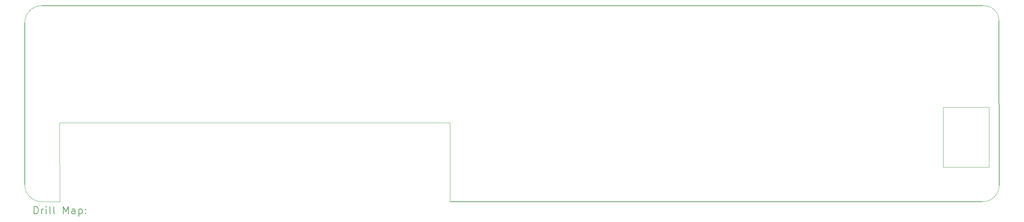
<source format=gbr>
%FSLAX45Y45*%
G04 Gerber Fmt 4.5, Leading zero omitted, Abs format (unit mm)*
G04 Created by KiCad (PCBNEW (6.0.0)) date 2022-01-20 15:11:22*
%MOMM*%
%LPD*%
G01*
G04 APERTURE LIST*
%TA.AperFunction,Profile*%
%ADD10C,0.200000*%
%TD*%
%TA.AperFunction,Profile*%
%ADD11C,0.100000*%
%TD*%
%ADD12C,0.200000*%
G04 APERTURE END LIST*
D10*
X27254200Y-9738360D02*
X13078460Y-9738360D01*
D11*
X2219960Y-4500880D02*
G75*
G03*
X1757623Y-4958051I-5137J-457171D01*
G01*
X2687320Y-9738360D02*
X2214880Y-9738360D01*
X2687320Y-9738360D02*
X2684780Y-7627620D01*
X27254200Y-9738360D02*
G75*
G03*
X27701240Y-9291320I0J447040D01*
G01*
X2684780Y-7627620D02*
X13078460Y-7627620D01*
D10*
X27696160Y-4907280D02*
X27701240Y-9291320D01*
D11*
X1757680Y-9276080D02*
G75*
G03*
X2214880Y-9738360I462308J0D01*
G01*
X27432000Y-7213600D02*
X27432000Y-8813800D01*
X26212800Y-8813800D02*
X26212800Y-7213600D01*
X13078460Y-7627620D02*
X13078460Y-9738360D01*
X27696160Y-4907280D02*
G75*
G03*
X27259280Y-4500880I-407464J0D01*
G01*
X26212800Y-7213600D02*
X27432000Y-7213600D01*
D10*
X2219960Y-4500880D02*
X27259280Y-4500880D01*
X1757680Y-9276080D02*
X1757623Y-4958051D01*
D11*
X27432000Y-8813800D02*
X26212800Y-8813800D01*
D12*
X2005242Y-10058836D02*
X2005242Y-9858836D01*
X2052861Y-9858836D01*
X2081433Y-9868360D01*
X2100480Y-9887408D01*
X2110004Y-9906455D01*
X2119528Y-9944550D01*
X2119528Y-9973122D01*
X2110004Y-10011217D01*
X2100480Y-10030265D01*
X2081433Y-10049312D01*
X2052861Y-10058836D01*
X2005242Y-10058836D01*
X2205242Y-10058836D02*
X2205242Y-9925503D01*
X2205242Y-9963598D02*
X2214766Y-9944550D01*
X2224290Y-9935027D01*
X2243337Y-9925503D01*
X2262385Y-9925503D01*
X2329052Y-10058836D02*
X2329052Y-9925503D01*
X2329052Y-9858836D02*
X2319528Y-9868360D01*
X2329052Y-9877884D01*
X2338576Y-9868360D01*
X2329052Y-9858836D01*
X2329052Y-9877884D01*
X2452861Y-10058836D02*
X2433814Y-10049312D01*
X2424290Y-10030265D01*
X2424290Y-9858836D01*
X2557623Y-10058836D02*
X2538576Y-10049312D01*
X2529052Y-10030265D01*
X2529052Y-9858836D01*
X2786195Y-10058836D02*
X2786195Y-9858836D01*
X2852861Y-10001693D01*
X2919528Y-9858836D01*
X2919528Y-10058836D01*
X3100480Y-10058836D02*
X3100480Y-9954074D01*
X3090956Y-9935027D01*
X3071909Y-9925503D01*
X3033814Y-9925503D01*
X3014766Y-9935027D01*
X3100480Y-10049312D02*
X3081433Y-10058836D01*
X3033814Y-10058836D01*
X3014766Y-10049312D01*
X3005242Y-10030265D01*
X3005242Y-10011217D01*
X3014766Y-9992170D01*
X3033814Y-9982646D01*
X3081433Y-9982646D01*
X3100480Y-9973122D01*
X3195718Y-9925503D02*
X3195718Y-10125503D01*
X3195718Y-9935027D02*
X3214766Y-9925503D01*
X3252861Y-9925503D01*
X3271909Y-9935027D01*
X3281433Y-9944550D01*
X3290956Y-9963598D01*
X3290956Y-10020741D01*
X3281433Y-10039789D01*
X3271909Y-10049312D01*
X3252861Y-10058836D01*
X3214766Y-10058836D01*
X3195718Y-10049312D01*
X3376671Y-10039789D02*
X3386195Y-10049312D01*
X3376671Y-10058836D01*
X3367147Y-10049312D01*
X3376671Y-10039789D01*
X3376671Y-10058836D01*
X3376671Y-9935027D02*
X3386195Y-9944550D01*
X3376671Y-9954074D01*
X3367147Y-9944550D01*
X3376671Y-9935027D01*
X3376671Y-9954074D01*
M02*

</source>
